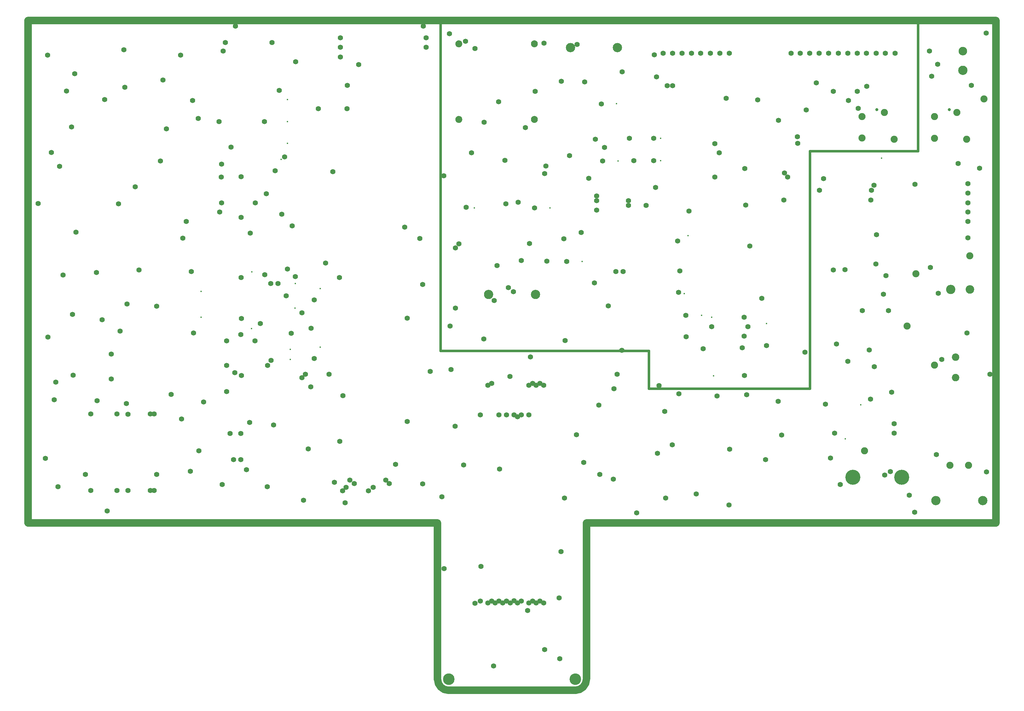
<source format=gbr>
G04 GENERATED BY PULSONIX 11.0 GERBER.DLL 8466*
G04 #@! TF.GenerationSoftware,Pulsonix,Pulsonix,11.0.8467*
G04 #@! TF.CreationDate,2021-12-19T21:00:55+00:00*
G04 #@! TF.Part,Single*
%FSLAX24Y24*%
%LPD*%
%MOIN*%
G04 #@! TF.FileFunction,Copper,L3,Inr*
G04 #@! TF.FilePolarity,Negative*
G04 #@! TA.AperFunction,ViaPad*
%ADD131C,0.0551*%
%ADD132C,0.0748*%
G04 #@! TD.AperFunction*
%ADD133C,0.0157*%
%ADD134C,0.0315*%
%ADD135C,0.0001*%
G04 #@! TA.AperFunction,ComponentPad*
%ADD136C,0.1594*%
G04 #@! TD.AperFunction*
%ADD137C,0.0250*%
%ADD138C,0.0788*%
G04 #@! TD.AperFunction*
X0Y0D02*
D02*
D131*
X3436Y53888D03*
X4196Y26907D03*
X4423Y69585D03*
X4461Y39740D03*
X4834Y59275D03*
X5113Y33124D03*
X5290Y34973D03*
X5509Y23921D03*
X5694Y57808D03*
X6063Y46297D03*
X6429Y65765D03*
X6943Y61966D03*
X7047Y42134D03*
X7121Y35710D03*
X7294Y67598D03*
X7425Y50830D03*
X8406Y25197D03*
X8996Y23524D03*
Y31595D03*
X9581Y46592D03*
X9667Y33026D03*
X10187Y41580D03*
X10451Y64862D03*
X10711Y21336D03*
X11162Y35295D03*
Y37953D03*
X11752Y23524D03*
Y31595D03*
X11925Y53835D03*
X12100Y40373D03*
X12473Y70134D03*
X12599Y66190D03*
X12742Y32722D03*
X12838Y43258D03*
X12933Y23524D03*
Y31575D03*
X13701Y55645D03*
X14083Y46856D03*
X15295Y23524D03*
Y31614D03*
X15689Y23524D03*
Y31595D03*
X15944Y43011D03*
X15945Y25197D03*
X16352Y58374D03*
X16625Y66930D03*
X16978Y61784D03*
X17473Y33670D03*
X18488Y69586D03*
X18574Y31092D03*
X18730Y50210D03*
X19094Y51967D03*
X19523Y25531D03*
X19638Y46674D03*
X19772Y64780D03*
X19854Y40186D03*
X20339Y62875D03*
X20409Y27702D03*
X20916Y32864D03*
X22559Y62540D03*
X22630Y52990D03*
X22795Y56693D03*
X22815Y53937D03*
X22838Y58057D03*
X22884Y24153D03*
X22990Y70009D03*
X23209Y70925D03*
X23347Y33977D03*
Y36752D03*
Y39331D03*
X23721Y29528D03*
X23809Y59849D03*
X24095Y26772D03*
X24218Y35984D03*
X24277Y72653D03*
X24843Y26772D03*
Y29528D03*
X24862Y40020D03*
X24882Y46044D03*
Y56697D03*
X24902Y52421D03*
X24912Y35689D03*
Y41713D03*
X25464Y25720D03*
X25773Y30718D03*
X25847Y50748D03*
X26358Y39331D03*
X26398Y53937D03*
X26932Y41179D03*
X27362Y62540D03*
X27402Y46346D03*
X27559Y54921D03*
X27648Y23894D03*
X27697Y36752D03*
X28032Y45394D03*
X28071Y37264D03*
X28169Y70925D03*
X28324Y30459D03*
X28484Y57343D03*
X28799Y45394D03*
X28922Y65857D03*
X29189Y52736D03*
X29478Y58802D03*
X29666Y44095D03*
X29784Y46929D03*
X30199Y40146D03*
X30295Y51516D03*
X30629Y46129D03*
X30671Y68869D03*
X31319Y35433D03*
Y42323D03*
X31497Y22485D03*
X31673Y35807D03*
X31997Y27909D03*
X32264Y34488D03*
X32284Y40689D03*
X32618Y37481D03*
X32638Y43662D03*
X33071Y63898D03*
X33838Y47583D03*
X34173Y35807D03*
X34576Y57240D03*
X34766Y24384D03*
X35277Y46038D03*
X35319Y28723D03*
X35374Y69390D03*
Y70394D03*
Y71398D03*
X35630Y23484D03*
X35667Y33533D03*
X35886Y22225D03*
X36004Y23858D03*
X36103Y63898D03*
X36116Y66364D03*
X36378Y24606D03*
X36870Y24232D03*
X37315Y68579D03*
X38347Y23484D03*
X38839Y23858D03*
X40197Y24606D03*
X40571Y24232D03*
X41213Y26264D03*
X42183Y51373D03*
X42444Y30798D03*
X42460Y41754D03*
X43797Y50188D03*
X44074Y45298D03*
X44092Y24202D03*
X44148Y72651D03*
X44469Y70414D03*
Y71398D03*
X44905Y36097D03*
X46118Y22846D03*
X46337Y56822D03*
X46340Y15248D03*
X46934Y71843D03*
X47003Y40922D03*
X47073Y36321D03*
X47529Y30310D03*
X47553Y42817D03*
X47566Y49185D03*
X47933Y49626D03*
X48409Y26217D03*
X48615Y71052D03*
X48694Y53463D03*
X49252Y59252D03*
X49617Y11573D03*
X49626Y70276D03*
X50197Y11811D03*
Y31496D03*
X50270Y15484D03*
X50555Y39559D03*
X50583Y62481D03*
X50984Y11614D03*
Y34646D03*
X51378Y11811D03*
Y34843D03*
X51586Y4950D03*
X51655Y43605D03*
X51772Y11614D03*
X51961Y47298D03*
X52136Y64641D03*
X52166Y11811D03*
Y31496D03*
X52234Y25784D03*
X52559Y11614D03*
X52781Y58433D03*
X52883Y53849D03*
X52953Y11811D03*
Y31496D03*
X53169Y44975D03*
X53322Y35593D03*
X53347Y11614D03*
X53680Y44551D03*
X53740Y11831D03*
Y31496D03*
X54134Y11614D03*
Y31299D03*
X54190Y54013D03*
X54528Y11811D03*
Y31496D03*
Y47855D03*
X54949Y61915D03*
X55193Y10824D03*
X55315Y11614D03*
Y31496D03*
Y34646D03*
X55374Y49646D03*
X55480Y37645D03*
X55709Y11811D03*
Y34843D03*
X55925Y53406D03*
X55985Y65758D03*
X56103Y11614D03*
Y34646D03*
X56496Y11811D03*
Y34843D03*
X56890Y11614D03*
Y34646D03*
X56923Y70834D03*
X56987Y6683D03*
X56988Y57028D03*
X57134Y57845D03*
X57224Y47766D03*
X58511Y12157D03*
X58603Y5702D03*
X58726Y17050D03*
X58765Y66823D03*
X59036Y50144D03*
X59090Y22719D03*
X59154Y39370D03*
X59331Y47736D03*
X59636Y58957D03*
X60356Y29395D03*
X60428Y70707D03*
X60851Y50801D03*
X61111Y26484D03*
X61221Y66732D03*
X61653Y56534D03*
X62264Y45473D03*
X62343Y60668D03*
X62481Y53166D03*
Y54173D03*
Y54666D03*
X62708Y32536D03*
X62825Y25203D03*
X62973Y64410D03*
X63130Y58386D03*
X63314Y59812D03*
X63707Y43036D03*
X64253Y24726D03*
X64311Y34281D03*
X64508Y46673D03*
X64666Y35807D03*
X65151Y38344D03*
X65180Y67812D03*
X65276Y46673D03*
X65847Y53666D03*
X65866Y54173D03*
X65945Y60788D03*
X66437Y58406D03*
X66720Y21138D03*
X67736Y53662D03*
X68524Y58406D03*
Y60788D03*
X68599Y69606D03*
X68714Y55576D03*
X68812Y67261D03*
X68923Y27445D03*
X69097Y34611D03*
X69508Y69764D03*
X69685Y31890D03*
X69784Y22697D03*
X69961Y66339D03*
X70473Y28347D03*
X70512Y66339D03*
Y69764D03*
X71044Y49902D03*
X71162Y44475D03*
X71184Y33732D03*
X71299Y46750D03*
X71516Y69764D03*
X71929Y42047D03*
X71949Y39764D03*
X72266Y53075D03*
X72520Y69764D03*
X73021Y23151D03*
X73504Y69764D03*
X73739Y38494D03*
X74528Y69764D03*
X74666Y40847D03*
X75000Y56693D03*
Y60197D03*
X75237Y33520D03*
X75469Y59231D03*
X75512Y69764D03*
X76201Y65000D03*
X76490Y21988D03*
X76516Y69764D03*
X76539Y27891D03*
X77877Y38614D03*
X78091Y39839D03*
Y41839D03*
X78110Y35669D03*
X78169Y57579D03*
X78272Y53713D03*
X78371Y33651D03*
X78504Y40847D03*
X78682Y49384D03*
X79523Y64846D03*
X79941Y43858D03*
X80345Y26763D03*
X80453Y38839D03*
X81673Y32933D03*
X81720Y62669D03*
X82047Y29390D03*
X82303Y54232D03*
X82360Y57104D03*
X82677Y56693D03*
X83051Y69784D03*
X83733Y60942D03*
X83740Y60236D03*
X84036Y69784D03*
X84525Y38128D03*
X84646Y63780D03*
X85020Y69784D03*
X85737Y66655D03*
X86024Y69784D03*
X86044Y55276D03*
X86488Y56519D03*
X86673Y32658D03*
X87028Y69784D03*
X87233Y26929D03*
X87520Y46851D03*
Y65748D03*
X87658Y29567D03*
X87851Y38997D03*
X88051Y69784D03*
X88272Y24149D03*
X88740Y46870D03*
X89055Y69784D03*
X89067Y37184D03*
X89114Y64784D03*
X90040Y69784D03*
X90044Y65748D03*
X90141Y63944D03*
X90577Y42551D03*
X91024Y69784D03*
X91044Y66280D03*
X91319Y38366D03*
X91457Y33169D03*
X91496Y54232D03*
X91555Y55276D03*
X91821Y55805D03*
X91851Y36614D03*
X92011Y47478D03*
X92047Y69784D03*
X92081Y50589D03*
X92837Y44272D03*
X92952Y25131D03*
X93032Y69784D03*
X93092Y46238D03*
X93347Y42559D03*
X93563Y25512D03*
X93678Y33922D03*
X93957Y29567D03*
Y30591D03*
X94044Y69784D03*
X95564Y22999D03*
X96129Y21221D03*
X96162Y55906D03*
X97677Y70000D03*
X97780Y47111D03*
X97938Y67342D03*
X98437Y27318D03*
X98557Y68616D03*
X98615Y44365D03*
X98975Y37366D03*
X100706Y58099D03*
X101660Y40177D03*
X101752Y51969D03*
Y52973D03*
Y53957D03*
Y54961D03*
Y55965D03*
X101769Y50237D03*
X102138Y66370D03*
X102984Y57599D03*
X103698Y71905D03*
X103716Y25492D03*
X104080Y35824D03*
D02*
D132*
X90551Y60807D03*
X90571Y63071D03*
X90807Y27697D03*
X92914Y63504D03*
X93957Y60689D03*
X95335Y40906D03*
X96260Y46437D03*
X98209Y36782D03*
X98229Y60788D03*
Y63071D03*
X99862Y26162D03*
X100591Y63504D03*
X101634Y60689D03*
X101831Y26162D03*
X101969Y48327D03*
X103445Y64941D03*
D02*
D133*
X20669Y41831D03*
Y44567D03*
X25984Y40630D03*
X26024Y46654D03*
X29134Y58544D03*
X29784Y60236D03*
Y62559D03*
Y64882D03*
X30079Y37362D03*
Y38445D03*
X30591Y42795D03*
X30610Y45394D03*
X33248Y38662D03*
X33268Y44862D03*
X49547Y53406D03*
X57540D03*
X60945Y47736D03*
X64587Y64429D03*
X64744Y58386D03*
X69272Y58406D03*
Y60788D03*
X71772Y44351D03*
X72166Y50492D03*
X73583Y42047D03*
X74666Y41839D03*
X74843Y35650D03*
X80453Y41162D03*
X88799Y28977D03*
X90414Y32579D03*
X92618Y58662D03*
D02*
D134*
X92106Y63819D03*
X99784D03*
D02*
D135*
X46004Y73229D02*
X2362D01*
Y20079D01*
X45669D01*
Y3544D01*
G75*
G03*
X46831Y2362I1172J-10D01*
G01*
X60217D01*
G75*
G03*
X61418Y3563I0J1201D01*
G01*
Y20079D01*
X104725D01*
Y73229D01*
X96496D01*
Y59410D01*
X85040D01*
Y34292D01*
X68032D01*
Y38268D01*
X46004D01*
Y73229D01*
X46240Y3544D02*
G36*
X46240Y3544D02*
G75*
G03*
X47461I611J0D01*
G01*
G75*
G03*
X46240I-610J0D01*
G01*
G37*
X47545Y62772D02*
G36*
X47545Y62772D02*
G75*
G03*
X48282I369J0D01*
G01*
G75*
G03*
X47545I-368J0D01*
G01*
G37*
Y70772D02*
G36*
X47545Y70772D02*
G75*
G03*
X48282I369J0D01*
G01*
G75*
G03*
X47545I-368J0D01*
G01*
G37*
X50571Y44252D02*
G36*
X50571Y44252D02*
G75*
G03*
X51555I492J0D01*
G01*
G75*
G03*
X50571I-492J0D01*
G01*
G37*
X55532D02*
G36*
X55532Y44252D02*
G75*
G03*
X56516I492J0D01*
G01*
G75*
G03*
X55532I-492J0D01*
G01*
G37*
X55538Y62772D02*
G36*
X55538Y62772D02*
G75*
G03*
X56274I368J0D01*
G01*
G75*
G03*
X55538I-368J0D01*
G01*
G37*
Y70772D02*
G36*
X55538Y70772D02*
G75*
G03*
X56274I368J0D01*
G01*
G75*
G03*
X55538I-368J0D01*
G01*
G37*
X59232Y70374D02*
G36*
X59232Y70374D02*
G75*
G03*
X60217I493J0D01*
G01*
G75*
G03*
X59232I-492J0D01*
G01*
G37*
X59626Y3544D02*
G36*
X59626Y3544D02*
G75*
G03*
X60847I611J0D01*
G01*
G75*
G03*
X59626I-610J0D01*
G01*
G37*
X64193Y70374D02*
G36*
X64193Y70374D02*
G75*
G03*
X65177I492J0D01*
G01*
G75*
G03*
X64193I-492J0D01*
G01*
G37*
X97874Y22441D02*
G36*
X97874Y22441D02*
G75*
G03*
X98858I492J0D01*
G01*
G75*
G03*
X97874I-492J0D01*
G01*
G37*
X99445Y44784D02*
G36*
X99445Y44784D02*
G75*
G03*
X100429I492J0D01*
G01*
G75*
G03*
X99445I-492J0D01*
G01*
G37*
X100059Y35453D02*
G36*
X100059Y35453D02*
G75*
G03*
X100847I394J0D01*
G01*
G75*
G03*
X100059I-394J0D01*
G01*
G37*
Y37618D02*
G36*
X100059Y37618D02*
G75*
G03*
X100847I394J0D01*
G01*
G75*
G03*
X100059I-394J0D01*
G01*
G37*
X100729Y67969D02*
G36*
X100729Y67969D02*
G75*
G03*
X101713I492J0D01*
G01*
G75*
G03*
X100729I-492J0D01*
G01*
G37*
X100768Y70000D02*
G36*
X100768Y70000D02*
G75*
G03*
X101673I453J0D01*
G01*
G75*
G03*
X100768I-452J0D01*
G01*
G37*
X101516Y44784D02*
G36*
X101516Y44784D02*
G75*
G03*
X102421I453J0D01*
G01*
G75*
G03*
X101516I-452J0D01*
G01*
G37*
X102835Y22441D02*
G36*
X102835Y22441D02*
G75*
G03*
X103819I492J0D01*
G01*
G75*
G03*
X102835I-492J0D01*
G01*
G37*
D02*
D136*
X89599Y24914D03*
X94772D03*
D02*
D137*
X46004Y73229D02*
X2362D01*
Y20079D01*
X45669D01*
Y3544D01*
G75*
G03*
X46831Y2362I1172J-10D01*
G01*
X60217D01*
G75*
G03*
X61418Y3563I0J1201D01*
G01*
Y20079D01*
X104725D01*
Y73229D01*
X96496D01*
Y59410D01*
X85040D01*
Y34292D01*
X68032D01*
Y38268D01*
X46004D01*
Y73229D01*
D02*
D138*
X2362Y20079D02*
X45669D01*
Y3544D01*
G75*
G03*
X46831Y2362I1172J-10D01*
G01*
X60217D01*
G75*
G03*
X61418Y3563I0J1201D01*
G01*
Y20079D01*
X104725D01*
Y73229D01*
X2362D01*
Y20079D01*
X0Y0D02*
M02*

</source>
